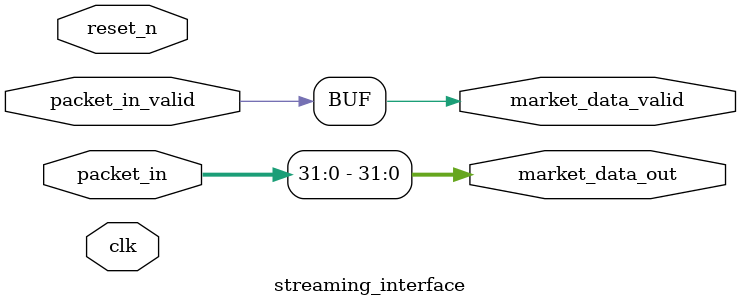
<source format=v>

`timescale 1ns/1ps

module streaming_interface(
    input  wire        clk,
    input  wire        reset_n,
    // External feed input
    input  wire [127:0] packet_in,
    input  wire        packet_in_valid,
    // Output to order_book
    output wire [31:0] market_data_out,
    output wire        market_data_valid
);

    // Simple placeholder: take lower 32 bits as "market_data_out"
    assign market_data_out   = packet_in[31:0];
    assign market_data_valid = packet_in_valid;

endmodule

</source>
